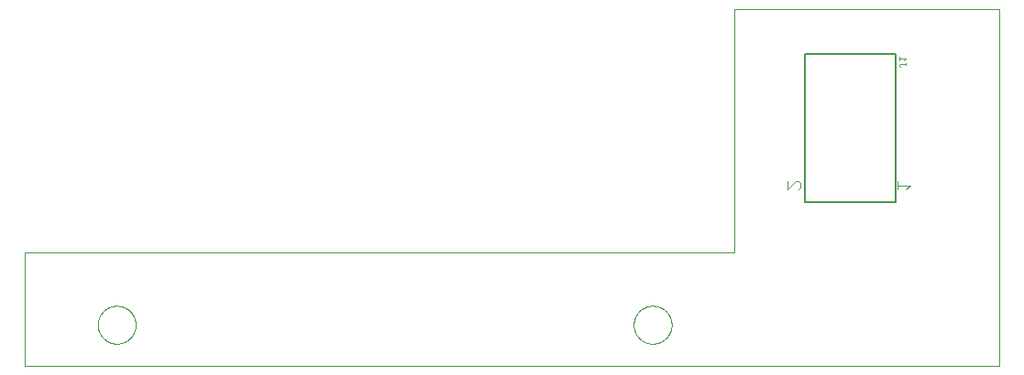
<source format=gbo>
G75*
%MOIN*%
%OFA0B0*%
%FSLAX25Y25*%
%IPPOS*%
%LPD*%
%AMOC8*
5,1,8,0,0,1.08239X$1,22.5*
%
%ADD10C,0.00197*%
%ADD11C,0.00000*%
%ADD12C,0.00500*%
%ADD13C,0.00400*%
%ADD14C,0.00200*%
D10*
X0099433Y0091492D02*
X0099433Y0132831D01*
X0357307Y0132831D01*
X0357307Y0221414D01*
X0453764Y0221414D01*
X0453764Y0091492D01*
X0099433Y0091492D01*
D11*
X0126008Y0106453D02*
X0126010Y0106622D01*
X0126016Y0106791D01*
X0126027Y0106960D01*
X0126041Y0107128D01*
X0126060Y0107296D01*
X0126083Y0107464D01*
X0126109Y0107631D01*
X0126140Y0107797D01*
X0126175Y0107963D01*
X0126214Y0108127D01*
X0126258Y0108291D01*
X0126305Y0108453D01*
X0126356Y0108614D01*
X0126411Y0108774D01*
X0126470Y0108933D01*
X0126532Y0109090D01*
X0126599Y0109245D01*
X0126670Y0109399D01*
X0126744Y0109551D01*
X0126822Y0109701D01*
X0126903Y0109849D01*
X0126988Y0109995D01*
X0127077Y0110139D01*
X0127169Y0110281D01*
X0127265Y0110420D01*
X0127364Y0110557D01*
X0127466Y0110692D01*
X0127572Y0110824D01*
X0127681Y0110953D01*
X0127793Y0111080D01*
X0127908Y0111204D01*
X0128026Y0111325D01*
X0128147Y0111443D01*
X0128271Y0111558D01*
X0128398Y0111670D01*
X0128527Y0111779D01*
X0128659Y0111885D01*
X0128794Y0111987D01*
X0128931Y0112086D01*
X0129070Y0112182D01*
X0129212Y0112274D01*
X0129356Y0112363D01*
X0129502Y0112448D01*
X0129650Y0112529D01*
X0129800Y0112607D01*
X0129952Y0112681D01*
X0130106Y0112752D01*
X0130261Y0112819D01*
X0130418Y0112881D01*
X0130577Y0112940D01*
X0130737Y0112995D01*
X0130898Y0113046D01*
X0131060Y0113093D01*
X0131224Y0113137D01*
X0131388Y0113176D01*
X0131554Y0113211D01*
X0131720Y0113242D01*
X0131887Y0113268D01*
X0132055Y0113291D01*
X0132223Y0113310D01*
X0132391Y0113324D01*
X0132560Y0113335D01*
X0132729Y0113341D01*
X0132898Y0113343D01*
X0133067Y0113341D01*
X0133236Y0113335D01*
X0133405Y0113324D01*
X0133573Y0113310D01*
X0133741Y0113291D01*
X0133909Y0113268D01*
X0134076Y0113242D01*
X0134242Y0113211D01*
X0134408Y0113176D01*
X0134572Y0113137D01*
X0134736Y0113093D01*
X0134898Y0113046D01*
X0135059Y0112995D01*
X0135219Y0112940D01*
X0135378Y0112881D01*
X0135535Y0112819D01*
X0135690Y0112752D01*
X0135844Y0112681D01*
X0135996Y0112607D01*
X0136146Y0112529D01*
X0136294Y0112448D01*
X0136440Y0112363D01*
X0136584Y0112274D01*
X0136726Y0112182D01*
X0136865Y0112086D01*
X0137002Y0111987D01*
X0137137Y0111885D01*
X0137269Y0111779D01*
X0137398Y0111670D01*
X0137525Y0111558D01*
X0137649Y0111443D01*
X0137770Y0111325D01*
X0137888Y0111204D01*
X0138003Y0111080D01*
X0138115Y0110953D01*
X0138224Y0110824D01*
X0138330Y0110692D01*
X0138432Y0110557D01*
X0138531Y0110420D01*
X0138627Y0110281D01*
X0138719Y0110139D01*
X0138808Y0109995D01*
X0138893Y0109849D01*
X0138974Y0109701D01*
X0139052Y0109551D01*
X0139126Y0109399D01*
X0139197Y0109245D01*
X0139264Y0109090D01*
X0139326Y0108933D01*
X0139385Y0108774D01*
X0139440Y0108614D01*
X0139491Y0108453D01*
X0139538Y0108291D01*
X0139582Y0108127D01*
X0139621Y0107963D01*
X0139656Y0107797D01*
X0139687Y0107631D01*
X0139713Y0107464D01*
X0139736Y0107296D01*
X0139755Y0107128D01*
X0139769Y0106960D01*
X0139780Y0106791D01*
X0139786Y0106622D01*
X0139788Y0106453D01*
X0139786Y0106284D01*
X0139780Y0106115D01*
X0139769Y0105946D01*
X0139755Y0105778D01*
X0139736Y0105610D01*
X0139713Y0105442D01*
X0139687Y0105275D01*
X0139656Y0105109D01*
X0139621Y0104943D01*
X0139582Y0104779D01*
X0139538Y0104615D01*
X0139491Y0104453D01*
X0139440Y0104292D01*
X0139385Y0104132D01*
X0139326Y0103973D01*
X0139264Y0103816D01*
X0139197Y0103661D01*
X0139126Y0103507D01*
X0139052Y0103355D01*
X0138974Y0103205D01*
X0138893Y0103057D01*
X0138808Y0102911D01*
X0138719Y0102767D01*
X0138627Y0102625D01*
X0138531Y0102486D01*
X0138432Y0102349D01*
X0138330Y0102214D01*
X0138224Y0102082D01*
X0138115Y0101953D01*
X0138003Y0101826D01*
X0137888Y0101702D01*
X0137770Y0101581D01*
X0137649Y0101463D01*
X0137525Y0101348D01*
X0137398Y0101236D01*
X0137269Y0101127D01*
X0137137Y0101021D01*
X0137002Y0100919D01*
X0136865Y0100820D01*
X0136726Y0100724D01*
X0136584Y0100632D01*
X0136440Y0100543D01*
X0136294Y0100458D01*
X0136146Y0100377D01*
X0135996Y0100299D01*
X0135844Y0100225D01*
X0135690Y0100154D01*
X0135535Y0100087D01*
X0135378Y0100025D01*
X0135219Y0099966D01*
X0135059Y0099911D01*
X0134898Y0099860D01*
X0134736Y0099813D01*
X0134572Y0099769D01*
X0134408Y0099730D01*
X0134242Y0099695D01*
X0134076Y0099664D01*
X0133909Y0099638D01*
X0133741Y0099615D01*
X0133573Y0099596D01*
X0133405Y0099582D01*
X0133236Y0099571D01*
X0133067Y0099565D01*
X0132898Y0099563D01*
X0132729Y0099565D01*
X0132560Y0099571D01*
X0132391Y0099582D01*
X0132223Y0099596D01*
X0132055Y0099615D01*
X0131887Y0099638D01*
X0131720Y0099664D01*
X0131554Y0099695D01*
X0131388Y0099730D01*
X0131224Y0099769D01*
X0131060Y0099813D01*
X0130898Y0099860D01*
X0130737Y0099911D01*
X0130577Y0099966D01*
X0130418Y0100025D01*
X0130261Y0100087D01*
X0130106Y0100154D01*
X0129952Y0100225D01*
X0129800Y0100299D01*
X0129650Y0100377D01*
X0129502Y0100458D01*
X0129356Y0100543D01*
X0129212Y0100632D01*
X0129070Y0100724D01*
X0128931Y0100820D01*
X0128794Y0100919D01*
X0128659Y0101021D01*
X0128527Y0101127D01*
X0128398Y0101236D01*
X0128271Y0101348D01*
X0128147Y0101463D01*
X0128026Y0101581D01*
X0127908Y0101702D01*
X0127793Y0101826D01*
X0127681Y0101953D01*
X0127572Y0102082D01*
X0127466Y0102214D01*
X0127364Y0102349D01*
X0127265Y0102486D01*
X0127169Y0102625D01*
X0127077Y0102767D01*
X0126988Y0102911D01*
X0126903Y0103057D01*
X0126822Y0103205D01*
X0126744Y0103355D01*
X0126670Y0103507D01*
X0126599Y0103661D01*
X0126532Y0103816D01*
X0126470Y0103973D01*
X0126411Y0104132D01*
X0126356Y0104292D01*
X0126305Y0104453D01*
X0126258Y0104615D01*
X0126214Y0104779D01*
X0126175Y0104943D01*
X0126140Y0105109D01*
X0126109Y0105275D01*
X0126083Y0105442D01*
X0126060Y0105610D01*
X0126041Y0105778D01*
X0126027Y0105946D01*
X0126016Y0106115D01*
X0126010Y0106284D01*
X0126008Y0106453D01*
X0320890Y0106453D02*
X0320892Y0106622D01*
X0320898Y0106791D01*
X0320909Y0106960D01*
X0320923Y0107128D01*
X0320942Y0107296D01*
X0320965Y0107464D01*
X0320991Y0107631D01*
X0321022Y0107797D01*
X0321057Y0107963D01*
X0321096Y0108127D01*
X0321140Y0108291D01*
X0321187Y0108453D01*
X0321238Y0108614D01*
X0321293Y0108774D01*
X0321352Y0108933D01*
X0321414Y0109090D01*
X0321481Y0109245D01*
X0321552Y0109399D01*
X0321626Y0109551D01*
X0321704Y0109701D01*
X0321785Y0109849D01*
X0321870Y0109995D01*
X0321959Y0110139D01*
X0322051Y0110281D01*
X0322147Y0110420D01*
X0322246Y0110557D01*
X0322348Y0110692D01*
X0322454Y0110824D01*
X0322563Y0110953D01*
X0322675Y0111080D01*
X0322790Y0111204D01*
X0322908Y0111325D01*
X0323029Y0111443D01*
X0323153Y0111558D01*
X0323280Y0111670D01*
X0323409Y0111779D01*
X0323541Y0111885D01*
X0323676Y0111987D01*
X0323813Y0112086D01*
X0323952Y0112182D01*
X0324094Y0112274D01*
X0324238Y0112363D01*
X0324384Y0112448D01*
X0324532Y0112529D01*
X0324682Y0112607D01*
X0324834Y0112681D01*
X0324988Y0112752D01*
X0325143Y0112819D01*
X0325300Y0112881D01*
X0325459Y0112940D01*
X0325619Y0112995D01*
X0325780Y0113046D01*
X0325942Y0113093D01*
X0326106Y0113137D01*
X0326270Y0113176D01*
X0326436Y0113211D01*
X0326602Y0113242D01*
X0326769Y0113268D01*
X0326937Y0113291D01*
X0327105Y0113310D01*
X0327273Y0113324D01*
X0327442Y0113335D01*
X0327611Y0113341D01*
X0327780Y0113343D01*
X0327949Y0113341D01*
X0328118Y0113335D01*
X0328287Y0113324D01*
X0328455Y0113310D01*
X0328623Y0113291D01*
X0328791Y0113268D01*
X0328958Y0113242D01*
X0329124Y0113211D01*
X0329290Y0113176D01*
X0329454Y0113137D01*
X0329618Y0113093D01*
X0329780Y0113046D01*
X0329941Y0112995D01*
X0330101Y0112940D01*
X0330260Y0112881D01*
X0330417Y0112819D01*
X0330572Y0112752D01*
X0330726Y0112681D01*
X0330878Y0112607D01*
X0331028Y0112529D01*
X0331176Y0112448D01*
X0331322Y0112363D01*
X0331466Y0112274D01*
X0331608Y0112182D01*
X0331747Y0112086D01*
X0331884Y0111987D01*
X0332019Y0111885D01*
X0332151Y0111779D01*
X0332280Y0111670D01*
X0332407Y0111558D01*
X0332531Y0111443D01*
X0332652Y0111325D01*
X0332770Y0111204D01*
X0332885Y0111080D01*
X0332997Y0110953D01*
X0333106Y0110824D01*
X0333212Y0110692D01*
X0333314Y0110557D01*
X0333413Y0110420D01*
X0333509Y0110281D01*
X0333601Y0110139D01*
X0333690Y0109995D01*
X0333775Y0109849D01*
X0333856Y0109701D01*
X0333934Y0109551D01*
X0334008Y0109399D01*
X0334079Y0109245D01*
X0334146Y0109090D01*
X0334208Y0108933D01*
X0334267Y0108774D01*
X0334322Y0108614D01*
X0334373Y0108453D01*
X0334420Y0108291D01*
X0334464Y0108127D01*
X0334503Y0107963D01*
X0334538Y0107797D01*
X0334569Y0107631D01*
X0334595Y0107464D01*
X0334618Y0107296D01*
X0334637Y0107128D01*
X0334651Y0106960D01*
X0334662Y0106791D01*
X0334668Y0106622D01*
X0334670Y0106453D01*
X0334668Y0106284D01*
X0334662Y0106115D01*
X0334651Y0105946D01*
X0334637Y0105778D01*
X0334618Y0105610D01*
X0334595Y0105442D01*
X0334569Y0105275D01*
X0334538Y0105109D01*
X0334503Y0104943D01*
X0334464Y0104779D01*
X0334420Y0104615D01*
X0334373Y0104453D01*
X0334322Y0104292D01*
X0334267Y0104132D01*
X0334208Y0103973D01*
X0334146Y0103816D01*
X0334079Y0103661D01*
X0334008Y0103507D01*
X0333934Y0103355D01*
X0333856Y0103205D01*
X0333775Y0103057D01*
X0333690Y0102911D01*
X0333601Y0102767D01*
X0333509Y0102625D01*
X0333413Y0102486D01*
X0333314Y0102349D01*
X0333212Y0102214D01*
X0333106Y0102082D01*
X0332997Y0101953D01*
X0332885Y0101826D01*
X0332770Y0101702D01*
X0332652Y0101581D01*
X0332531Y0101463D01*
X0332407Y0101348D01*
X0332280Y0101236D01*
X0332151Y0101127D01*
X0332019Y0101021D01*
X0331884Y0100919D01*
X0331747Y0100820D01*
X0331608Y0100724D01*
X0331466Y0100632D01*
X0331322Y0100543D01*
X0331176Y0100458D01*
X0331028Y0100377D01*
X0330878Y0100299D01*
X0330726Y0100225D01*
X0330572Y0100154D01*
X0330417Y0100087D01*
X0330260Y0100025D01*
X0330101Y0099966D01*
X0329941Y0099911D01*
X0329780Y0099860D01*
X0329618Y0099813D01*
X0329454Y0099769D01*
X0329290Y0099730D01*
X0329124Y0099695D01*
X0328958Y0099664D01*
X0328791Y0099638D01*
X0328623Y0099615D01*
X0328455Y0099596D01*
X0328287Y0099582D01*
X0328118Y0099571D01*
X0327949Y0099565D01*
X0327780Y0099563D01*
X0327611Y0099565D01*
X0327442Y0099571D01*
X0327273Y0099582D01*
X0327105Y0099596D01*
X0326937Y0099615D01*
X0326769Y0099638D01*
X0326602Y0099664D01*
X0326436Y0099695D01*
X0326270Y0099730D01*
X0326106Y0099769D01*
X0325942Y0099813D01*
X0325780Y0099860D01*
X0325619Y0099911D01*
X0325459Y0099966D01*
X0325300Y0100025D01*
X0325143Y0100087D01*
X0324988Y0100154D01*
X0324834Y0100225D01*
X0324682Y0100299D01*
X0324532Y0100377D01*
X0324384Y0100458D01*
X0324238Y0100543D01*
X0324094Y0100632D01*
X0323952Y0100724D01*
X0323813Y0100820D01*
X0323676Y0100919D01*
X0323541Y0101021D01*
X0323409Y0101127D01*
X0323280Y0101236D01*
X0323153Y0101348D01*
X0323029Y0101463D01*
X0322908Y0101581D01*
X0322790Y0101702D01*
X0322675Y0101826D01*
X0322563Y0101953D01*
X0322454Y0102082D01*
X0322348Y0102214D01*
X0322246Y0102349D01*
X0322147Y0102486D01*
X0322051Y0102625D01*
X0321959Y0102767D01*
X0321870Y0102911D01*
X0321785Y0103057D01*
X0321704Y0103205D01*
X0321626Y0103355D01*
X0321552Y0103507D01*
X0321481Y0103661D01*
X0321414Y0103816D01*
X0321352Y0103973D01*
X0321293Y0104132D01*
X0321238Y0104292D01*
X0321187Y0104453D01*
X0321140Y0104615D01*
X0321096Y0104779D01*
X0321057Y0104943D01*
X0321022Y0105109D01*
X0320991Y0105275D01*
X0320965Y0105442D01*
X0320942Y0105610D01*
X0320923Y0105778D01*
X0320909Y0105946D01*
X0320898Y0106115D01*
X0320892Y0106284D01*
X0320890Y0106453D01*
D12*
X0383130Y0151107D02*
X0383130Y0205107D01*
X0416130Y0205107D01*
X0416130Y0151107D01*
X0383130Y0151107D01*
D13*
X0380667Y0155703D02*
X0381434Y0156470D01*
X0381434Y0158005D01*
X0380667Y0158772D01*
X0379899Y0158772D01*
X0376830Y0155703D01*
X0376830Y0158772D01*
X0416830Y0158772D02*
X0416830Y0155703D01*
X0416830Y0157237D02*
X0421434Y0157237D01*
X0419899Y0155703D01*
D14*
X0417886Y0200442D02*
X0417519Y0200808D01*
X0417519Y0201175D01*
X0417886Y0201542D01*
X0419721Y0201542D01*
X0419721Y0201175D02*
X0419721Y0201909D01*
X0418987Y0202651D02*
X0419721Y0203385D01*
X0417519Y0203385D01*
X0417519Y0202651D02*
X0417519Y0204119D01*
M02*

</source>
